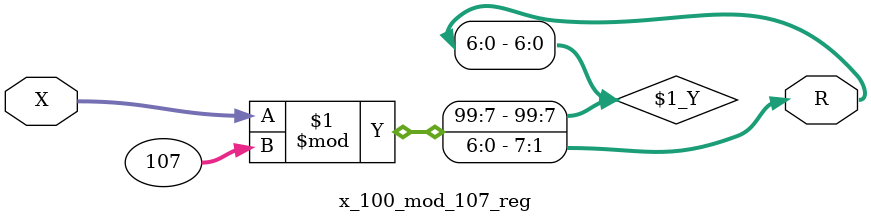
<source format=v>
module x_100_mod_107_reg(
    input [100:1] X,
    output [7:1] R
    );


assign R = X % 107;

endmodule

</source>
